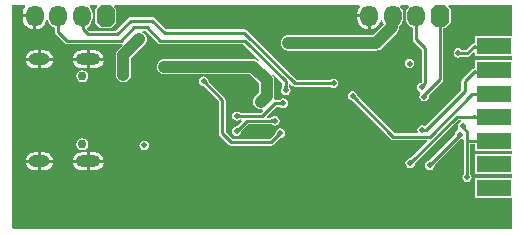
<source format=gbl>
G04*
G04 #@! TF.GenerationSoftware,Altium Limited,Altium Designer,20.0.12 (288)*
G04*
G04 Layer_Physical_Order=2*
G04 Layer_Color=16711680*
%FSLAX25Y25*%
%MOIN*%
G70*
G01*
G75*
%ADD16C,0.01000*%
%ADD43R,0.11811X0.05512*%
%ADD54C,0.03937*%
%ADD59O,0.05906X0.07087*%
G04:AMPARAMS|DCode=60|XSize=59.06mil|YSize=70.87mil|CornerRadius=0mil|HoleSize=0mil|Usage=FLASHONLY|Rotation=180.000|XOffset=0mil|YOffset=0mil|HoleType=Round|Shape=Octagon|*
%AMOCTAGOND60*
4,1,8,0.01476,-0.03543,-0.01476,-0.03543,-0.02953,-0.02067,-0.02953,0.02067,-0.01476,0.03543,0.01476,0.03543,0.02953,0.02067,0.02953,-0.02067,0.01476,-0.03543,0.0*
%
%ADD60OCTAGOND60*%

%ADD61C,0.02953*%
%ADD62O,0.07082X0.03937*%
%ADD63O,0.08263X0.03937*%
%ADD64C,0.01968*%
G36*
X25743Y69922D02*
X25667Y69876D01*
X25599Y69808D01*
X25541Y69720D01*
X25492Y69610D01*
X25451Y69479D01*
X25420Y69326D01*
X25398Y69153D01*
X25384Y68958D01*
X25380Y68742D01*
X24380Y68668D01*
X24375Y68866D01*
X24362Y69042D01*
X24339Y69196D01*
X24307Y69327D01*
X24267Y69436D01*
X24217Y69522D01*
X24158Y69586D01*
X24090Y69628D01*
X24013Y69647D01*
X23927Y69644D01*
X25828Y69947D01*
X25743Y69922D01*
D02*
G37*
G36*
X155932Y61875D02*
X155923Y61955D01*
X155895Y62028D01*
X155849Y62092D01*
X155784Y62147D01*
X155701Y62194D01*
X155599Y62233D01*
X155479Y62262D01*
X155340Y62284D01*
X155182Y62296D01*
X155006Y62301D01*
Y63301D01*
X155182Y63305D01*
X155340Y63318D01*
X155479Y63339D01*
X155599Y63369D01*
X155701Y63407D01*
X155784Y63454D01*
X155849Y63510D01*
X155895Y63573D01*
X155923Y63646D01*
X155932Y63727D01*
Y61875D01*
D02*
G37*
G36*
Y53523D02*
X155923Y53604D01*
X155895Y53676D01*
X155849Y53740D01*
X155784Y53795D01*
X155701Y53842D01*
X155599Y53881D01*
X155479Y53910D01*
X155340Y53932D01*
X155182Y53945D01*
X155006Y53949D01*
Y54949D01*
X155182Y54953D01*
X155340Y54966D01*
X155479Y54987D01*
X155599Y55017D01*
X155701Y55055D01*
X155784Y55102D01*
X155849Y55158D01*
X155895Y55222D01*
X155923Y55294D01*
X155932Y55375D01*
Y53523D01*
D02*
G37*
G36*
X107631Y50006D02*
X107591Y50042D01*
X107543Y50074D01*
X107487Y50103D01*
X107425Y50127D01*
X107355Y50148D01*
X107278Y50165D01*
X107193Y50178D01*
X107102Y50188D01*
X106896Y50195D01*
Y51195D01*
X107002Y51197D01*
X107193Y51212D01*
X107278Y51225D01*
X107355Y51242D01*
X107425Y51263D01*
X107487Y51288D01*
X107543Y51316D01*
X107591Y51348D01*
X107631Y51384D01*
Y50006D01*
D02*
G37*
G36*
X92828Y49635D02*
X92845Y49445D01*
X92860Y49361D01*
X92878Y49285D01*
X92901Y49216D01*
X92928Y49155D01*
X92959Y49101D01*
X92995Y49055D01*
X93034Y49016D01*
X91660Y48915D01*
X91691Y48957D01*
X91720Y49005D01*
X91745Y49061D01*
X91766Y49125D01*
X91785Y49195D01*
X91800Y49273D01*
X91811Y49358D01*
X91825Y49549D01*
X91826Y49656D01*
X92826Y49741D01*
X92828Y49635D01*
D02*
G37*
G36*
X139719Y47235D02*
X139645Y47158D01*
X139527Y47013D01*
X139482Y46944D01*
X139447Y46878D01*
X139422Y46815D01*
X139407Y46755D01*
X139400Y46697D01*
X139404Y46642D01*
X139417Y46590D01*
X138179Y47194D01*
X138207Y47206D01*
X138240Y47225D01*
X138279Y47252D01*
X138375Y47327D01*
X138493Y47431D01*
X138711Y47642D01*
X139719Y47235D01*
D02*
G37*
G36*
X155932Y45969D02*
X155922Y46064D01*
X155892Y46149D01*
X155842Y46224D01*
X155772Y46289D01*
X155682Y46344D01*
X155572Y46389D01*
X155442Y46424D01*
X155292Y46449D01*
X155122Y46464D01*
X154932Y46469D01*
Y47469D01*
X155122Y47474D01*
X155292Y47489D01*
X155442Y47514D01*
X155572Y47549D01*
X155682Y47594D01*
X155772Y47649D01*
X155842Y47714D01*
X155892Y47789D01*
X155922Y47874D01*
X155932Y47969D01*
Y45969D01*
D02*
G37*
G36*
X167701Y66348D02*
X155320D01*
Y63972D01*
X155264Y63963D01*
X155148Y63954D01*
X154990Y63950D01*
X154864Y63894D01*
X154577Y63837D01*
X154213Y63594D01*
X154213Y63594D01*
X152341Y61722D01*
X151196D01*
X151061Y61923D01*
X150537Y62274D01*
X149919Y62397D01*
X149301Y62274D01*
X148777Y61923D01*
X148427Y61400D01*
X148304Y60781D01*
X148427Y60163D01*
X148777Y59639D01*
X149301Y59289D01*
X149919Y59166D01*
X150537Y59289D01*
X150821Y59478D01*
X152805D01*
X152806Y59478D01*
X153235Y59564D01*
X153599Y59807D01*
X154859Y61067D01*
X155320Y60875D01*
Y59636D01*
X167701D01*
Y58474D01*
X155320D01*
Y55620D01*
X155264Y55611D01*
X155148Y55602D01*
X154990Y55598D01*
X154864Y55542D01*
X154577Y55485D01*
X154213Y55242D01*
X154213Y55242D01*
X151226Y52255D01*
X150983Y51891D01*
X150897Y51461D01*
X150897Y51461D01*
Y48497D01*
X138776Y36376D01*
X138508Y36555D01*
X137890Y36678D01*
X137271Y36555D01*
X136748Y36205D01*
X136397Y35681D01*
X136274Y35063D01*
X136392Y34470D01*
X136396Y34383D01*
X136139Y33970D01*
X128737D01*
X116288Y46420D01*
X116293Y46444D01*
X116170Y47062D01*
X115820Y47586D01*
X115296Y47936D01*
X114678Y48059D01*
X114060Y47936D01*
X113536Y47586D01*
X113185Y47062D01*
X113063Y46444D01*
X113185Y45826D01*
X113536Y45302D01*
X114060Y44952D01*
X114678Y44829D01*
X114702Y44833D01*
X127480Y32056D01*
X127480Y32056D01*
X127844Y31813D01*
X128273Y31727D01*
X128273Y31727D01*
X139396D01*
X139587Y31265D01*
X133963Y25641D01*
X133883Y25657D01*
X133265Y25534D01*
X132741Y25184D01*
X132390Y24660D01*
X132267Y24042D01*
X132390Y23423D01*
X132741Y22899D01*
X133265Y22549D01*
X133883Y22426D01*
X134501Y22549D01*
X135025Y22899D01*
X135375Y23423D01*
X135489Y23994D01*
X149812Y38318D01*
X150856D01*
X150905Y37818D01*
X150734Y37784D01*
X150210Y37434D01*
X149860Y36910D01*
X149737Y36292D01*
X149860Y35673D01*
X149924Y35578D01*
X149777Y35039D01*
X149253Y34689D01*
X148903Y34165D01*
X148780Y33547D01*
X148799Y33453D01*
X140298Y24952D01*
X139748Y24843D01*
X139224Y24493D01*
X138874Y23968D01*
X138751Y23350D01*
X138874Y22732D01*
X139224Y22208D01*
X139748Y21858D01*
X140366Y21735D01*
X140984Y21858D01*
X141508Y22208D01*
X141858Y22732D01*
X141981Y23350D01*
X141963Y23444D01*
X150463Y31945D01*
X151014Y32054D01*
X151184Y32168D01*
X151684Y31901D01*
Y20447D01*
X151663Y20434D01*
X151313Y19909D01*
X151190Y19291D01*
X151313Y18673D01*
X151663Y18149D01*
X152187Y17799D01*
X152806Y17676D01*
X153424Y17799D01*
X153948Y18149D01*
X154298Y18673D01*
X154421Y19291D01*
X154298Y19909D01*
X153948Y20434D01*
X153927Y20447D01*
Y30375D01*
X155320D01*
Y28140D01*
X167701D01*
Y26978D01*
X155320D01*
Y20266D01*
X167701D01*
Y19104D01*
X155320D01*
Y12392D01*
X167701D01*
Y2031D01*
X167688Y2000D01*
X1654Y1969D01*
X1300Y2322D01*
Y76607D01*
X1393Y76700D01*
X5386D01*
X5632Y76200D01*
X5256Y75709D01*
X4857Y74748D01*
X4721Y73716D01*
Y73625D01*
X8708D01*
Y73125D01*
X9208D01*
Y68614D01*
X9740Y68684D01*
X10702Y69082D01*
X11528Y69715D01*
X12161Y70541D01*
X12559Y71503D01*
X12595Y71774D01*
X13099D01*
X13121Y71607D01*
X13479Y70743D01*
X14049Y70001D01*
X14791Y69431D01*
X15461Y69154D01*
Y67799D01*
X15461Y67799D01*
X15546Y67370D01*
X15789Y67006D01*
X18661Y64135D01*
X18661Y64135D01*
X19025Y63891D01*
X19454Y63806D01*
X19454Y63806D01*
X37480D01*
X37480Y63806D01*
X37734Y63857D01*
X37980Y63396D01*
X36470Y61886D01*
X36058Y61349D01*
X35800Y60724D01*
X35711Y60054D01*
Y53589D01*
X35800Y52919D01*
X36058Y52294D01*
X36470Y51757D01*
X37007Y51345D01*
X37631Y51087D01*
X38302Y50998D01*
X38972Y51087D01*
X39597Y51345D01*
X40134Y51757D01*
X40545Y52294D01*
X40804Y52919D01*
X40893Y53589D01*
Y58981D01*
X45375Y63464D01*
X45787Y64000D01*
X46046Y64625D01*
X46134Y65295D01*
X46046Y65966D01*
X45787Y66591D01*
X45375Y67127D01*
X44839Y67539D01*
X44585Y67644D01*
X44684Y68144D01*
X45682D01*
X49692Y64135D01*
X49692Y64135D01*
X50056Y63891D01*
X50485Y63806D01*
X50485Y63806D01*
X78264D01*
X83582Y58487D01*
X83252Y58111D01*
X82785Y58469D01*
X82160Y58728D01*
X81490Y58816D01*
X51951D01*
X51281Y58728D01*
X50656Y58469D01*
X50119Y58057D01*
X49708Y57521D01*
X49449Y56896D01*
X49360Y56226D01*
X49449Y55555D01*
X49708Y54930D01*
X50119Y54394D01*
X50656Y53982D01*
X51281Y53723D01*
X51951Y53635D01*
X80417D01*
X83415Y50637D01*
Y47533D01*
X82289Y46408D01*
X81877Y45871D01*
X81619Y45246D01*
X81530Y44576D01*
X81619Y43905D01*
X81877Y43281D01*
X82289Y42744D01*
X82826Y42332D01*
X83450Y42074D01*
X84121Y41985D01*
X84469Y42031D01*
X84703Y41557D01*
X84031Y40885D01*
X77500D01*
X77440Y40913D01*
X77256Y40920D01*
X77203Y40925D01*
X77155Y40933D01*
X77120Y40940D01*
X77099Y40946D01*
X77096Y40947D01*
X77083Y40957D01*
X77075Y40958D01*
X77066Y40963D01*
X77043Y40964D01*
X77032Y40967D01*
X77027Y40968D01*
X76596Y41256D01*
X75978Y41379D01*
X75360Y41256D01*
X74836Y40906D01*
X74486Y40382D01*
X74363Y39764D01*
X74486Y39146D01*
X74836Y38622D01*
X75360Y38271D01*
X75978Y38148D01*
X76596Y38271D01*
X77027Y38559D01*
X77032Y38561D01*
X77043Y38563D01*
X77066Y38565D01*
X77075Y38569D01*
X77083Y38571D01*
X77096Y38580D01*
X77099Y38581D01*
X77120Y38587D01*
X77155Y38595D01*
X77195Y38601D01*
X77342Y38613D01*
X77428Y38614D01*
X77568Y38529D01*
X77662Y37916D01*
X76261Y36515D01*
X76200Y36492D01*
X76065Y36367D01*
X76023Y36333D01*
X75984Y36304D01*
X75954Y36285D01*
X75935Y36275D01*
X75932Y36274D01*
X75916Y36270D01*
X75909Y36266D01*
X75900Y36263D01*
X75882Y36248D01*
X75873Y36241D01*
X75868Y36239D01*
X75360Y36138D01*
X74836Y35788D01*
X74486Y35264D01*
X74363Y34646D01*
X74486Y34027D01*
X74836Y33503D01*
X75360Y33153D01*
X75978Y33030D01*
X76596Y33153D01*
X77120Y33503D01*
X77470Y34027D01*
X77571Y34535D01*
X77574Y34540D01*
X77580Y34550D01*
X77595Y34567D01*
X77598Y34576D01*
X77603Y34584D01*
X77606Y34600D01*
X77607Y34602D01*
X77618Y34621D01*
X77637Y34651D01*
X77661Y34684D01*
X77756Y34796D01*
X77816Y34858D01*
X77842Y34923D01*
X79918Y36999D01*
X87255D01*
X87314Y36972D01*
X87499Y36965D01*
X87552Y36959D01*
X87600Y36952D01*
X87635Y36944D01*
X87656Y36938D01*
X87658Y36937D01*
X87672Y36928D01*
X87680Y36926D01*
X87689Y36922D01*
X87712Y36920D01*
X87723Y36918D01*
X87728Y36916D01*
X88159Y36628D01*
X88777Y36505D01*
X89395Y36628D01*
X89919Y36978D01*
X90269Y37502D01*
X90392Y38120D01*
X90269Y38739D01*
X89919Y39263D01*
X89395Y39613D01*
X88777Y39736D01*
X88159Y39613D01*
X87728Y39325D01*
X87723Y39323D01*
X87712Y39321D01*
X87689Y39319D01*
X87680Y39315D01*
X87672Y39313D01*
X87658Y39304D01*
X87656Y39303D01*
X87635Y39297D01*
X87600Y39289D01*
X87560Y39283D01*
X87414Y39271D01*
X87327Y39270D01*
X87263Y39242D01*
X86213D01*
X86022Y39704D01*
X89241Y42924D01*
X90042D01*
X90102Y42896D01*
X90286Y42889D01*
X90340Y42884D01*
X90387Y42876D01*
X90422Y42869D01*
X90443Y42863D01*
X90446Y42862D01*
X90459Y42853D01*
X90468Y42851D01*
X90476Y42846D01*
X90499Y42845D01*
X90510Y42842D01*
X90516Y42840D01*
X90946Y42553D01*
X91564Y42430D01*
X92182Y42553D01*
X92706Y42903D01*
X93056Y43427D01*
X93180Y44045D01*
X93056Y44663D01*
X92706Y45187D01*
X92182Y45538D01*
X91564Y45660D01*
X90946Y45538D01*
X90516Y45250D01*
X90510Y45248D01*
X90499Y45246D01*
X90476Y45244D01*
X90468Y45240D01*
X90459Y45238D01*
X90446Y45229D01*
X90443Y45228D01*
X90422Y45222D01*
X90387Y45214D01*
X90347Y45208D01*
X90201Y45196D01*
X90114Y45195D01*
X90051Y45167D01*
X88777D01*
X88777Y45167D01*
X88433Y45608D01*
X88508Y45790D01*
X88596Y46460D01*
Y51710D01*
X88508Y52380D01*
X88249Y53005D01*
X87891Y53472D01*
X88267Y53802D01*
X91205Y50865D01*
Y49731D01*
X91177Y49666D01*
X91176Y49577D01*
X91165Y49424D01*
X91159Y49379D01*
X91151Y49338D01*
X91144Y49312D01*
X91140Y49301D01*
X91130Y49283D01*
X91129Y49275D01*
X91127Y49270D01*
X91126Y49256D01*
X91123Y49232D01*
X91112Y49192D01*
X90906Y48883D01*
X90783Y48265D01*
X90906Y47646D01*
X91256Y47122D01*
X91780Y46772D01*
X92398Y46649D01*
X93016Y46772D01*
X93540Y47122D01*
X93891Y47646D01*
X94013Y48265D01*
X93891Y48883D01*
X93540Y49407D01*
X93523Y49419D01*
X93521Y49426D01*
X93513Y49440D01*
X93511Y49448D01*
X93506Y49455D01*
X93503Y49465D01*
X93496Y49494D01*
X93490Y49529D01*
X93477Y49670D01*
X93476Y49754D01*
X93467Y49775D01*
X93474Y49796D01*
X93448Y49846D01*
Y50405D01*
X93910Y50596D01*
X94604Y49902D01*
X94968Y49659D01*
X95397Y49574D01*
X95397Y49574D01*
X106812D01*
X106872Y49546D01*
X107056Y49539D01*
X107110Y49534D01*
X107158Y49526D01*
X107192Y49519D01*
X107213Y49512D01*
X107216Y49512D01*
X107229Y49502D01*
X107238Y49501D01*
X107246Y49496D01*
X107270Y49494D01*
X107281Y49492D01*
X107286Y49490D01*
X107716Y49203D01*
X108334Y49080D01*
X108952Y49203D01*
X109476Y49553D01*
X109827Y50077D01*
X109950Y50695D01*
X109827Y51313D01*
X109476Y51837D01*
X108952Y52188D01*
X108334Y52311D01*
X107716Y52188D01*
X107286Y51900D01*
X107281Y51898D01*
X107270Y51896D01*
X107246Y51894D01*
X107238Y51890D01*
X107229Y51888D01*
X107216Y51879D01*
X107213Y51878D01*
X107192Y51872D01*
X107158Y51864D01*
X107117Y51858D01*
X106971Y51846D01*
X106885Y51845D01*
X106821Y51817D01*
X95861D01*
X79368Y68311D01*
X79004Y68554D01*
X78574Y68639D01*
X78574Y68639D01*
X52490D01*
X48746Y72383D01*
X48382Y72626D01*
X47953Y72712D01*
X47952Y72712D01*
X40761D01*
X40761Y72712D01*
X40332Y72626D01*
X39968Y72383D01*
X39968Y72383D01*
X35774Y68188D01*
X26945D01*
X26227Y68907D01*
X26236Y69131D01*
X26310Y69479D01*
X26990Y70001D01*
X27560Y70743D01*
X27918Y71607D01*
X28040Y72535D01*
Y73716D01*
X27918Y74643D01*
X27560Y75507D01*
X27028Y76200D01*
X27119Y76628D01*
X27143Y76700D01*
X29332D01*
X29524Y76238D01*
X28778Y75492D01*
Y70758D01*
X30554Y68982D01*
X34107D01*
X35883Y70758D01*
Y75492D01*
X35137Y76238D01*
X35329Y76700D01*
X116841D01*
X117088Y76200D01*
X116711Y75709D01*
X116313Y74748D01*
X116177Y73716D01*
Y73625D01*
X120164D01*
Y73125D01*
X120664D01*
Y68614D01*
X121196Y68684D01*
X122157Y69082D01*
X122983Y69715D01*
X123617Y70541D01*
X124015Y71503D01*
X124050Y71773D01*
X124555D01*
X124577Y71607D01*
X124935Y70743D01*
X125071Y70566D01*
Y70356D01*
X121479Y66764D01*
X93300D01*
X92629Y66676D01*
X92005Y66417D01*
X91468Y66005D01*
X91056Y65469D01*
X90798Y64844D01*
X90709Y64173D01*
X90798Y63503D01*
X91056Y62878D01*
X91468Y62341D01*
X92005Y61930D01*
X92629Y61671D01*
X93300Y61582D01*
X122552D01*
X123222Y61671D01*
X123847Y61930D01*
X124384Y62341D01*
X129493Y67451D01*
X129905Y67988D01*
X130164Y68612D01*
X130252Y69283D01*
Y69755D01*
X130572Y70001D01*
X131141Y70743D01*
X131499Y71607D01*
X131621Y72535D01*
Y73716D01*
X131499Y74643D01*
X131141Y75507D01*
X130610Y76200D01*
X130700Y76628D01*
X130725Y76700D01*
X133225D01*
X133250Y76628D01*
X133340Y76200D01*
X132809Y75507D01*
X132451Y74643D01*
X132328Y73716D01*
Y72535D01*
X132451Y71607D01*
X132809Y70743D01*
X133378Y70001D01*
X134120Y69431D01*
X134790Y69154D01*
Y65295D01*
X134790Y65295D01*
X134876Y64866D01*
X135119Y64502D01*
X137753Y61868D01*
Y51122D01*
X137539Y50908D01*
X137045Y50810D01*
X136521Y50460D01*
X136171Y49936D01*
X136048Y49318D01*
X136171Y48700D01*
X136521Y48176D01*
X137045Y47826D01*
X137073Y47820D01*
X137155Y47696D01*
X137261Y47273D01*
X136998Y46878D01*
X136875Y46260D01*
X136998Y45642D01*
X137348Y45118D01*
X137872Y44767D01*
X138490Y44645D01*
X139108Y44767D01*
X139632Y45118D01*
X139982Y45642D01*
X140105Y46260D01*
X140038Y46601D01*
X140039Y46608D01*
X140043Y46614D01*
X140053Y46630D01*
X140133Y46729D01*
X140188Y46786D01*
X140213Y46850D01*
X144579Y51217D01*
X144579Y51217D01*
X144822Y51580D01*
X144907Y52010D01*
Y68982D01*
X145562D01*
X147339Y70758D01*
Y75492D01*
X146593Y76238D01*
X146784Y76700D01*
X167701D01*
Y66348D01*
D02*
G37*
G36*
X90861Y43356D02*
X90821Y43392D01*
X90773Y43424D01*
X90717Y43453D01*
X90655Y43477D01*
X90585Y43498D01*
X90508Y43515D01*
X90423Y43528D01*
X90331Y43538D01*
X90126Y43545D01*
Y44545D01*
X90232Y44547D01*
X90423Y44562D01*
X90508Y44576D01*
X90585Y44592D01*
X90655Y44613D01*
X90717Y44638D01*
X90773Y44666D01*
X90821Y44698D01*
X90861Y44734D01*
Y43356D01*
D02*
G37*
G36*
X76722Y40417D02*
X76770Y40385D01*
X76825Y40356D01*
X76888Y40332D01*
X76957Y40311D01*
X77035Y40294D01*
X77119Y40281D01*
X77211Y40271D01*
X77416Y40264D01*
Y39264D01*
X77310Y39262D01*
X77119Y39247D01*
X77035Y39233D01*
X76957Y39217D01*
X76888Y39196D01*
X76825Y39171D01*
X76770Y39143D01*
X76722Y39111D01*
X76681Y39075D01*
Y40453D01*
X76722Y40417D01*
D02*
G37*
G36*
X155932Y38439D02*
X155922Y38534D01*
X155892Y38619D01*
X155842Y38694D01*
X155772Y38759D01*
X155682Y38814D01*
X155572Y38859D01*
X155442Y38894D01*
X155292Y38919D01*
X155122Y38934D01*
X154932Y38939D01*
Y39939D01*
X155122Y39944D01*
X155292Y39959D01*
X155442Y39984D01*
X155572Y40019D01*
X155682Y40064D01*
X155772Y40119D01*
X155842Y40184D01*
X155892Y40259D01*
X155922Y40344D01*
X155932Y40439D01*
Y38439D01*
D02*
G37*
G36*
X88074Y37432D02*
X88033Y37468D01*
X87985Y37500D01*
X87930Y37528D01*
X87867Y37552D01*
X87797Y37573D01*
X87720Y37590D01*
X87636Y37604D01*
X87544Y37613D01*
X87338Y37620D01*
Y38620D01*
X87445Y38622D01*
X87636Y38638D01*
X87720Y38651D01*
X87797Y38668D01*
X87867Y38689D01*
X87930Y38713D01*
X87985Y38741D01*
X88033Y38774D01*
X88074Y38809D01*
Y37432D01*
D02*
G37*
G36*
X152311Y36041D02*
X152313Y35984D01*
X152324Y35924D01*
X152345Y35861D01*
X152374Y35797D01*
X152411Y35730D01*
X152458Y35660D01*
X152514Y35588D01*
X152578Y35514D01*
X152652Y35437D01*
X151785Y34890D01*
X151708Y34965D01*
X151498Y35149D01*
X151436Y35195D01*
X151321Y35268D01*
X151269Y35293D01*
X151221Y35312D01*
X151177Y35323D01*
X152317Y36097D01*
X152311Y36041D01*
D02*
G37*
G36*
X77349Y35309D02*
X77275Y35233D01*
X77151Y35087D01*
X77100Y35018D01*
X77058Y34951D01*
X77023Y34887D01*
X76996Y34826D01*
X76977Y34766D01*
X76966Y34710D01*
X76962Y34655D01*
X75988Y35630D01*
X76042Y35633D01*
X76099Y35645D01*
X76158Y35664D01*
X76220Y35690D01*
X76284Y35725D01*
X76350Y35768D01*
X76419Y35818D01*
X76491Y35876D01*
X76642Y36016D01*
X77349Y35309D01*
D02*
G37*
%LPC*%
G36*
X119664Y72625D02*
X116177D01*
Y72535D01*
X116313Y71503D01*
X116711Y70541D01*
X117345Y69715D01*
X118170Y69082D01*
X119132Y68684D01*
X119664Y68614D01*
Y72625D01*
D02*
G37*
G36*
X8208D02*
X4721D01*
Y72535D01*
X4857Y71503D01*
X5256Y70541D01*
X5889Y69715D01*
X6715Y69082D01*
X7677Y68684D01*
X8208Y68614D01*
Y72625D01*
D02*
G37*
G36*
X11807Y61683D02*
X10734D01*
Y59189D01*
X14735D01*
X14699Y59464D01*
X14400Y60186D01*
X13924Y60807D01*
X13304Y61282D01*
X12582Y61581D01*
X11807Y61683D01*
D02*
G37*
G36*
X9734D02*
X8662D01*
X7887Y61581D01*
X7165Y61282D01*
X6545Y60807D01*
X6069Y60186D01*
X5770Y59464D01*
X5734Y59189D01*
X9734D01*
Y61683D01*
D02*
G37*
G36*
X28736Y61683D02*
X27073D01*
Y59189D01*
X31664D01*
X31628Y59464D01*
X31329Y60186D01*
X30853Y60806D01*
X30233Y61282D01*
X29511Y61581D01*
X28736Y61683D01*
D02*
G37*
G36*
X26073D02*
X24410D01*
X23635Y61581D01*
X22913Y61282D01*
X22293Y60806D01*
X21817Y60186D01*
X21518Y59464D01*
X21482Y59189D01*
X26073D01*
Y61683D01*
D02*
G37*
G36*
X14735Y58189D02*
X10734D01*
Y55695D01*
X11807D01*
X12582Y55797D01*
X13304Y56096D01*
X13924Y56572D01*
X14400Y57192D01*
X14699Y57914D01*
X14735Y58189D01*
D02*
G37*
G36*
X9734D02*
X5734D01*
X5770Y57914D01*
X6069Y57192D01*
X6545Y56572D01*
X7165Y56096D01*
X7887Y55797D01*
X8662Y55695D01*
X9734D01*
Y58189D01*
D02*
G37*
G36*
X31664Y58189D02*
X27073D01*
Y55695D01*
X28736D01*
X29511Y55797D01*
X30233Y56096D01*
X30853Y56572D01*
X31329Y57192D01*
X31628Y57914D01*
X31664Y58189D01*
D02*
G37*
G36*
X26073D02*
X21482D01*
X21518Y57914D01*
X21817Y57192D01*
X22293Y56572D01*
X22913Y56096D01*
X23635Y55797D01*
X24410Y55695D01*
X26073D01*
Y58189D01*
D02*
G37*
G36*
X133667Y58863D02*
X133049Y58740D01*
X132525Y58390D01*
X132175Y57866D01*
X132052Y57247D01*
X132175Y56629D01*
X132525Y56105D01*
X133049Y55755D01*
X133667Y55632D01*
X134285Y55755D01*
X134809Y56105D01*
X135159Y56629D01*
X135282Y57247D01*
X135159Y57866D01*
X134809Y58390D01*
X134285Y58740D01*
X133667Y58863D01*
D02*
G37*
G36*
X24605Y55046D02*
X23844Y54895D01*
X23200Y54464D01*
X22769Y53819D01*
X22618Y53059D01*
X22769Y52298D01*
X23200Y51654D01*
X23844Y51223D01*
X24605Y51072D01*
X25365Y51223D01*
X26010Y51654D01*
X26441Y52298D01*
X26592Y53059D01*
X26441Y53819D01*
X26010Y54464D01*
X25365Y54895D01*
X24605Y55046D01*
D02*
G37*
G36*
X64993Y53025D02*
X64375Y52903D01*
X63851Y52552D01*
X63500Y52028D01*
X63377Y51410D01*
X63500Y50792D01*
X63851Y50268D01*
X64375Y49918D01*
X64882Y49817D01*
X64887Y49814D01*
X64897Y49808D01*
X64914Y49793D01*
X64924Y49790D01*
X64931Y49786D01*
X64947Y49782D01*
X64949Y49781D01*
X64968Y49771D01*
X64998Y49752D01*
X65031Y49728D01*
X65143Y49632D01*
X65205Y49572D01*
X65270Y49547D01*
X70144Y44672D01*
Y33986D01*
X70144Y33986D01*
X70230Y33557D01*
X70473Y33193D01*
X73484Y30182D01*
X73848Y29939D01*
X74277Y29853D01*
X74277Y29853D01*
X87451D01*
X87451Y29853D01*
X87881Y29939D01*
X88245Y30182D01*
X90284Y32221D01*
X90346Y32244D01*
X90481Y32370D01*
X90523Y32404D01*
X90562Y32432D01*
X90592Y32451D01*
X90611Y32462D01*
X90614Y32463D01*
X90630Y32466D01*
X90637Y32471D01*
X90646Y32474D01*
X90663Y32489D01*
X90673Y32495D01*
X90678Y32497D01*
X91186Y32598D01*
X91710Y32949D01*
X92060Y33473D01*
X92183Y34091D01*
X92060Y34709D01*
X91710Y35233D01*
X91186Y35583D01*
X90568Y35706D01*
X89949Y35583D01*
X89425Y35233D01*
X89075Y34709D01*
X88974Y34201D01*
X88972Y34196D01*
X88965Y34187D01*
X88951Y34169D01*
X88948Y34160D01*
X88943Y34153D01*
X88940Y34137D01*
X88939Y34134D01*
X88928Y34115D01*
X88909Y34085D01*
X88885Y34052D01*
X88790Y33941D01*
X88730Y33878D01*
X88704Y33814D01*
X86987Y32096D01*
X74742D01*
X72388Y34451D01*
Y45137D01*
X72302Y45566D01*
X72059Y45930D01*
X72059Y45930D01*
X66862Y51127D01*
X66839Y51189D01*
X66714Y51324D01*
X66680Y51365D01*
X66651Y51405D01*
X66632Y51434D01*
X66622Y51454D01*
X66621Y51456D01*
X66617Y51472D01*
X66613Y51479D01*
X66610Y51489D01*
X66595Y51506D01*
X66588Y51516D01*
X66586Y51521D01*
X66485Y52028D01*
X66135Y52552D01*
X65611Y52903D01*
X64993Y53025D01*
D02*
G37*
G36*
X45167Y31552D02*
X44549Y31429D01*
X44025Y31079D01*
X43675Y30555D01*
X43552Y29937D01*
X43675Y29319D01*
X44025Y28795D01*
X44549Y28445D01*
X45167Y28322D01*
X45785Y28445D01*
X46309Y28795D01*
X46659Y29319D01*
X46782Y29937D01*
X46659Y30555D01*
X46309Y31079D01*
X45785Y31429D01*
X45167Y31552D01*
D02*
G37*
G36*
X24605Y32290D02*
X23844Y32139D01*
X23200Y31708D01*
X22769Y31063D01*
X22618Y30303D01*
X22769Y29542D01*
X23200Y28898D01*
X23844Y28467D01*
X24605Y28316D01*
X25365Y28467D01*
X26010Y28898D01*
X26441Y29542D01*
X26592Y30303D01*
X26441Y31063D01*
X26010Y31708D01*
X25365Y32139D01*
X24605Y32290D01*
D02*
G37*
G36*
X11807Y27668D02*
X10735D01*
Y25174D01*
X14735D01*
X14699Y25449D01*
X14400Y26171D01*
X13924Y26791D01*
X13304Y27267D01*
X12582Y27566D01*
X11807Y27668D01*
D02*
G37*
G36*
X9735D02*
X8662D01*
X7887Y27566D01*
X7165Y27267D01*
X6545Y26791D01*
X6069Y26171D01*
X5770Y25449D01*
X5734Y25174D01*
X9735D01*
Y27668D01*
D02*
G37*
G36*
X28736Y27668D02*
X27073D01*
Y25174D01*
X31664D01*
X31628Y25448D01*
X31329Y26171D01*
X30853Y26791D01*
X30233Y27266D01*
X29511Y27566D01*
X28736Y27668D01*
D02*
G37*
G36*
X26073D02*
X24410D01*
X23635Y27566D01*
X22913Y27266D01*
X22293Y26791D01*
X21817Y26171D01*
X21518Y25448D01*
X21482Y25174D01*
X26073D01*
Y27668D01*
D02*
G37*
G36*
X14735Y24174D02*
X10735D01*
Y21679D01*
X11807D01*
X12582Y21781D01*
X13304Y22081D01*
X13924Y22556D01*
X14400Y23177D01*
X14699Y23899D01*
X14735Y24174D01*
D02*
G37*
G36*
X9735D02*
X5734D01*
X5770Y23899D01*
X6069Y23177D01*
X6545Y22556D01*
X7165Y22081D01*
X7887Y21781D01*
X8662Y21679D01*
X9735D01*
Y24174D01*
D02*
G37*
G36*
X31664Y24173D02*
X27073D01*
Y21679D01*
X28736D01*
X29511Y21781D01*
X30233Y22081D01*
X30853Y22556D01*
X31329Y23176D01*
X31628Y23899D01*
X31664Y24173D01*
D02*
G37*
G36*
X26073D02*
X21482D01*
X21518Y23899D01*
X21817Y23176D01*
X22293Y22556D01*
X22913Y22081D01*
X23635Y21781D01*
X24410Y21679D01*
X26073D01*
Y24173D01*
D02*
G37*
%LPD*%
G36*
X65980Y51346D02*
X65991Y51289D01*
X66011Y51230D01*
X66037Y51169D01*
X66072Y51105D01*
X66115Y51038D01*
X66165Y50969D01*
X66223Y50897D01*
X66363Y50747D01*
X65656Y50039D01*
X65580Y50113D01*
X65434Y50238D01*
X65365Y50288D01*
X65298Y50331D01*
X65234Y50365D01*
X65173Y50392D01*
X65113Y50411D01*
X65057Y50423D01*
X65003Y50426D01*
X65977Y51400D01*
X65980Y51346D01*
D02*
G37*
G36*
X90558Y33106D02*
X90504Y33103D01*
X90447Y33092D01*
X90388Y33073D01*
X90326Y33046D01*
X90262Y33011D01*
X90195Y32969D01*
X90126Y32918D01*
X90055Y32860D01*
X89904Y32720D01*
X89197Y33427D01*
X89271Y33504D01*
X89395Y33650D01*
X89446Y33719D01*
X89488Y33785D01*
X89523Y33849D01*
X89550Y33911D01*
X89569Y33970D01*
X89580Y34027D01*
X89583Y34081D01*
X90558Y33106D01*
D02*
G37*
D16*
X46147Y69266D02*
X50485Y64928D01*
X41818Y69266D02*
X46147D01*
X40761Y71590D02*
X47953D01*
X36238Y67067D02*
X40761Y71590D01*
X47953D02*
X52025Y67518D01*
X78574D01*
X95397Y50695D01*
X50485Y64928D02*
X78728D01*
X37480D02*
X41818Y69266D01*
X78728Y64928D02*
X92326Y51329D01*
Y48336D02*
Y51329D01*
X152806Y31496D02*
Y34576D01*
X151352Y36029D02*
Y36292D01*
Y36029D02*
X152806Y34576D01*
X140366Y23350D02*
Y23434D01*
X150395Y33463D01*
Y33547D01*
X152806Y31496D02*
X161826D01*
X152806Y19291D02*
Y31496D01*
X133950Y24042D02*
X149348Y39439D01*
X133883Y24042D02*
X133950D01*
X140494Y32849D02*
X154614Y46969D01*
X149348Y39439D02*
X161757D01*
X128273Y32849D02*
X140494D01*
X154614Y46969D02*
X161551D01*
X161757Y39439D02*
X161826Y39370D01*
X114678Y46444D02*
X128273Y32849D01*
X137890Y35063D02*
X139049D01*
X152019Y48033D02*
Y51461D01*
X139049Y35063D02*
X152019Y48033D01*
X75978Y34646D02*
X79453Y38120D01*
X75978Y39764D02*
X84495D01*
X88777Y44045D01*
X92326Y48336D02*
X92398Y48265D01*
X95397Y50695D02*
X108334D01*
X64993Y51410D02*
X71266Y45137D01*
X26481Y67067D02*
X36238D01*
X24880Y68668D02*
X26481Y67067D01*
X24456Y73125D02*
X24880Y72702D01*
Y68668D02*
Y72702D01*
X16583Y67799D02*
Y73125D01*
Y67799D02*
X19454Y64928D01*
X37480D01*
X74277Y30975D02*
X87451D01*
X90568Y34091D01*
X71266Y33986D02*
Y45137D01*
Y33986D02*
X74277Y30975D01*
X79453Y38120D02*
X88777D01*
Y44045D02*
X91564D01*
X155006Y54449D02*
X161157D01*
X161826Y55118D01*
X161551Y46969D02*
X161826Y47244D01*
X152019Y51461D02*
X155006Y54449D01*
X138490Y46260D02*
Y46714D01*
X143786Y52010D01*
X137534Y49318D02*
X138874Y50658D01*
X137534Y49318D02*
X137663D01*
X143786Y52010D02*
Y73125D01*
X150101Y60600D02*
X152806D01*
X135912Y65295D02*
X138874Y62333D01*
X135912Y65295D02*
Y73125D01*
X138874Y50658D02*
Y62333D01*
X149919Y60781D02*
X150101Y60600D01*
X152806D02*
X155006Y62801D01*
X161635D02*
X161826Y62992D01*
X155006Y62801D02*
X161635D01*
D43*
X161826Y15748D02*
D03*
Y23622D02*
D03*
Y31496D02*
D03*
Y39370D02*
D03*
Y47244D02*
D03*
Y55118D02*
D03*
Y62992D02*
D03*
D54*
X38302Y60054D02*
X43543Y65295D01*
X38302Y53589D02*
Y60054D01*
X86005Y46460D02*
Y51710D01*
X84121Y44576D02*
X86005Y46460D01*
X51951Y56226D02*
X81490D01*
X86005Y51710D01*
X104297Y64173D02*
X122552D01*
X93300D02*
X104297D01*
X122552D02*
X127661Y69283D01*
Y72749D02*
X128038Y73125D01*
X127661Y69283D02*
Y72749D01*
D59*
X128038Y73125D02*
D03*
X120164D02*
D03*
X135912D02*
D03*
X24456Y73125D02*
D03*
X8708D02*
D03*
X16583D02*
D03*
D60*
X143786Y73125D02*
D03*
X32331Y73125D02*
D03*
D61*
X24605Y30303D02*
D03*
Y53059D02*
D03*
D62*
X10235Y24674D02*
D03*
X10234Y58689D02*
D03*
D63*
X26573Y24674D02*
D03*
Y58689D02*
D03*
D64*
X93506Y24801D02*
D03*
X150210Y52670D02*
D03*
X141774Y16985D02*
D03*
X147458Y19442D02*
D03*
X144978Y17674D02*
D03*
X149743Y22502D02*
D03*
X72517Y29205D02*
D03*
X70031Y31372D02*
D03*
X67364Y29078D02*
D03*
X81274Y14076D02*
D03*
X78484Y17799D02*
D03*
X73343Y18149D02*
D03*
Y22974D02*
D03*
X43543Y65295D02*
D03*
X150395Y33547D02*
D03*
X140366Y23350D02*
D03*
X151352Y36292D02*
D03*
X152806Y19291D02*
D03*
X133883Y24042D02*
D03*
X118898Y18126D02*
D03*
X75978Y34646D02*
D03*
X45167Y29937D02*
D03*
X40033Y48405D02*
D03*
X38302Y53589D02*
D03*
X137890Y35063D02*
D03*
X106777Y40819D02*
D03*
X106856Y45930D02*
D03*
X146483Y50414D02*
D03*
X138610Y37571D02*
D03*
X153906Y56349D02*
D03*
X129513Y56623D02*
D03*
X51336Y32459D02*
D03*
X47636Y32554D02*
D03*
X64993Y51410D02*
D03*
X51951Y56226D02*
D03*
X108334Y50695D02*
D03*
X86005Y51710D02*
D03*
X92398Y48265D02*
D03*
X90568Y34091D02*
D03*
X88777Y38120D02*
D03*
X91564Y44045D02*
D03*
X84121Y44576D02*
D03*
X75978Y39764D02*
D03*
X92900Y64100D02*
D03*
X104297Y64173D02*
D03*
X114678Y46444D02*
D03*
X133667Y57247D02*
D03*
X138490Y46260D02*
D03*
X137663Y49318D02*
D03*
X149919Y60781D02*
D03*
M02*

</source>
